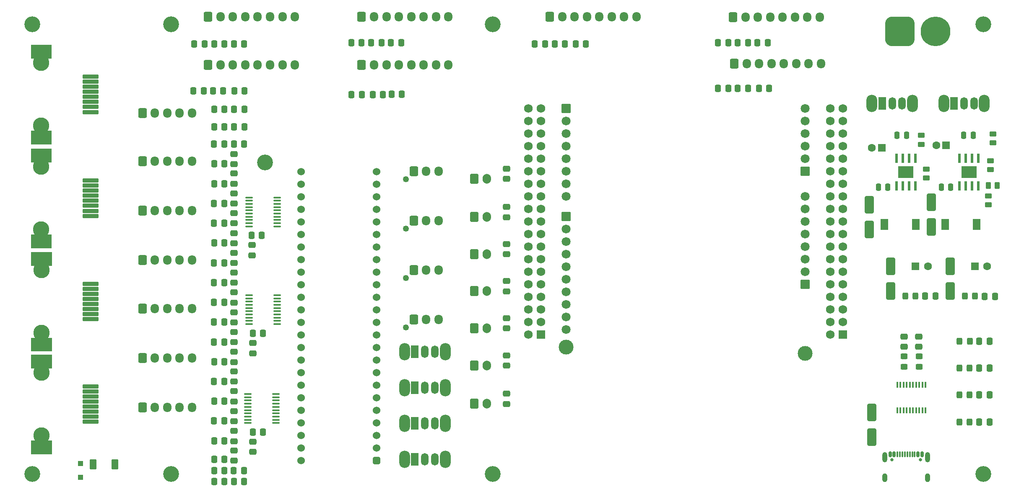
<source format=gbr>
%TF.GenerationSoftware,KiCad,Pcbnew,8.0.5*%
%TF.CreationDate,2024-12-09T22:48:52-08:00*%
%TF.ProjectId,MRIRobot_PCB,4d524952-6f62-46f7-945f-5043422e6b69,rev?*%
%TF.SameCoordinates,Original*%
%TF.FileFunction,Soldermask,Top*%
%TF.FilePolarity,Negative*%
%FSLAX46Y46*%
G04 Gerber Fmt 4.6, Leading zero omitted, Abs format (unit mm)*
G04 Created by KiCad (PCBNEW 8.0.5) date 2024-12-09 22:48:52*
%MOMM*%
%LPD*%
G01*
G04 APERTURE LIST*
G04 Aperture macros list*
%AMRoundRect*
0 Rectangle with rounded corners*
0 $1 Rounding radius*
0 $2 $3 $4 $5 $6 $7 $8 $9 X,Y pos of 4 corners*
0 Add a 4 corners polygon primitive as box body*
4,1,4,$2,$3,$4,$5,$6,$7,$8,$9,$2,$3,0*
0 Add four circle primitives for the rounded corners*
1,1,$1+$1,$2,$3*
1,1,$1+$1,$4,$5*
1,1,$1+$1,$6,$7*
1,1,$1+$1,$8,$9*
0 Add four rect primitives between the rounded corners*
20,1,$1+$1,$2,$3,$4,$5,0*
20,1,$1+$1,$4,$5,$6,$7,0*
20,1,$1+$1,$6,$7,$8,$9,0*
20,1,$1+$1,$8,$9,$2,$3,0*%
G04 Aperture macros list end*
%ADD10C,0.010000*%
%ADD11RoundRect,0.250000X0.475000X-0.337500X0.475000X0.337500X-0.475000X0.337500X-0.475000X-0.337500X0*%
%ADD12RoundRect,0.250000X-0.337500X-0.475000X0.337500X-0.475000X0.337500X0.475000X-0.337500X0.475000X0*%
%ADD13RoundRect,0.250000X-0.450000X0.262500X-0.450000X-0.262500X0.450000X-0.262500X0.450000X0.262500X0*%
%ADD14RoundRect,0.250000X-0.600000X-0.750000X0.600000X-0.750000X0.600000X0.750000X-0.600000X0.750000X0*%
%ADD15O,1.700000X2.000000*%
%ADD16R,0.610000X1.910000*%
%ADD17R,1.550000X1.205000*%
%ADD18RoundRect,0.250000X0.450000X-0.262500X0.450000X0.262500X-0.450000X0.262500X-0.450000X-0.262500X0*%
%ADD19C,3.000000*%
%ADD20RoundRect,0.102000X0.802500X0.802500X-0.802500X0.802500X-0.802500X-0.802500X0.802500X-0.802500X0*%
%ADD21C,1.809000*%
%ADD22RoundRect,0.102000X0.765000X0.765000X-0.765000X0.765000X-0.765000X-0.765000X0.765000X-0.765000X0*%
%ADD23C,1.734000*%
%ADD24RoundRect,0.250000X-0.600000X-0.725000X0.600000X-0.725000X0.600000X0.725000X-0.600000X0.725000X0*%
%ADD25O,1.700000X1.950000*%
%ADD26C,0.650000*%
%ADD27RoundRect,0.150000X-0.150000X-0.425000X0.150000X-0.425000X0.150000X0.425000X-0.150000X0.425000X0*%
%ADD28RoundRect,0.075000X-0.075000X-0.500000X0.075000X-0.500000X0.075000X0.500000X-0.075000X0.500000X0*%
%ADD29O,1.000000X2.100000*%
%ADD30O,1.000000X1.800000*%
%ADD31O,2.200000X3.500000*%
%ADD32R,1.500000X2.500000*%
%ADD33O,1.500000X2.500000*%
%ADD34RoundRect,0.250000X0.325000X0.450000X-0.325000X0.450000X-0.325000X-0.450000X0.325000X-0.450000X0*%
%ADD35RoundRect,0.250000X0.337500X0.475000X-0.337500X0.475000X-0.337500X-0.475000X0.337500X-0.475000X0*%
%ADD36C,3.200000*%
%ADD37RoundRect,0.250000X-0.475000X0.337500X-0.475000X-0.337500X0.475000X-0.337500X0.475000X0.337500X0*%
%ADD38R,1.600000X1.600000*%
%ADD39C,1.600000*%
%ADD40RoundRect,0.250000X-0.300000X0.300000X-0.300000X-0.300000X0.300000X-0.300000X0.300000X0.300000X0*%
%ADD41C,3.300000*%
%ADD42RoundRect,0.102000X-1.525000X0.305000X-1.525000X-0.305000X1.525000X-0.305000X1.525000X0.305000X0*%
%ADD43RoundRect,0.100000X0.637500X0.100000X-0.637500X0.100000X-0.637500X-0.100000X0.637500X-0.100000X0*%
%ADD44RoundRect,0.250000X0.650000X-1.500000X0.650000X1.500000X-0.650000X1.500000X-0.650000X-1.500000X0*%
%ADD45RoundRect,0.250000X0.450000X-0.325000X0.450000X0.325000X-0.450000X0.325000X-0.450000X-0.325000X0*%
%ADD46RoundRect,0.250000X-0.650000X1.500000X-0.650000X-1.500000X0.650000X-1.500000X0.650000X1.500000X0*%
%ADD47RoundRect,0.250000X-0.262500X-0.450000X0.262500X-0.450000X0.262500X0.450000X-0.262500X0.450000X0*%
%ADD48C,1.250000*%
%ADD49RoundRect,1.500000X-1.500000X-1.500000X1.500000X-1.500000X1.500000X1.500000X-1.500000X1.500000X0*%
%ADD50C,6.000000*%
%ADD51R,1.500000X2.200000*%
%ADD52RoundRect,0.250000X-0.250000X-0.475000X0.250000X-0.475000X0.250000X0.475000X-0.250000X0.475000X0*%
%ADD53RoundRect,0.250000X0.250000X0.475000X-0.250000X0.475000X-0.250000X-0.475000X0.250000X-0.475000X0*%
%ADD54C,1.524000*%
%ADD55RoundRect,0.381000X-0.381000X-0.381000X0.381000X-0.381000X0.381000X0.381000X-0.381000X0.381000X0*%
%ADD56RoundRect,0.250000X-0.450000X-0.800000X0.450000X-0.800000X0.450000X0.800000X-0.450000X0.800000X0*%
%ADD57R,0.400000X1.200000*%
G04 APERTURE END LIST*
D10*
%TO.C,J33*%
X33875000Y-120790000D02*
X33040000Y-120790000D01*
X33005000Y-120745000D01*
X32975000Y-120709000D01*
X32944000Y-120674000D01*
X32912000Y-120640000D01*
X32879000Y-120607000D01*
X32844000Y-120575000D01*
X32809000Y-120544000D01*
X32773000Y-120515000D01*
X32736000Y-120486000D01*
X32698000Y-120459000D01*
X32659000Y-120433000D01*
X32619000Y-120408000D01*
X32579000Y-120385000D01*
X32537000Y-120363000D01*
X32495000Y-120342000D01*
X32453000Y-120322000D01*
X32410000Y-120304000D01*
X32366000Y-120288000D01*
X32322000Y-120272000D01*
X32277000Y-120258000D01*
X32232000Y-120246000D01*
X32187000Y-120235000D01*
X32141000Y-120225000D01*
X32095000Y-120217000D01*
X32048000Y-120211000D01*
X32002000Y-120206000D01*
X31955000Y-120202000D01*
X31908000Y-120200000D01*
X31862000Y-120199000D01*
X31825000Y-120200000D01*
X31788000Y-120199000D01*
X31742000Y-120200000D01*
X31695000Y-120202000D01*
X31648000Y-120206000D01*
X31602000Y-120211000D01*
X31555000Y-120217000D01*
X31509000Y-120225000D01*
X31463000Y-120235000D01*
X31418000Y-120246000D01*
X31373000Y-120258000D01*
X31328000Y-120272000D01*
X31284000Y-120288000D01*
X31240000Y-120304000D01*
X31197000Y-120322000D01*
X31155000Y-120342000D01*
X31113000Y-120363000D01*
X31071000Y-120385000D01*
X31031000Y-120408000D01*
X30991000Y-120433000D01*
X30952000Y-120459000D01*
X30914000Y-120486000D01*
X30877000Y-120515000D01*
X30841000Y-120544000D01*
X30806000Y-120575000D01*
X30771000Y-120607000D01*
X30738000Y-120640000D01*
X30706000Y-120674000D01*
X30675000Y-120709000D01*
X30645000Y-120745000D01*
X30610000Y-120790000D01*
X29775000Y-120790000D01*
X29775000Y-118090000D01*
X33875000Y-118090000D01*
X33875000Y-120790000D01*
G36*
X33875000Y-120790000D02*
G01*
X33040000Y-120790000D01*
X33005000Y-120745000D01*
X32975000Y-120709000D01*
X32944000Y-120674000D01*
X32912000Y-120640000D01*
X32879000Y-120607000D01*
X32844000Y-120575000D01*
X32809000Y-120544000D01*
X32773000Y-120515000D01*
X32736000Y-120486000D01*
X32698000Y-120459000D01*
X32659000Y-120433000D01*
X32619000Y-120408000D01*
X32579000Y-120385000D01*
X32537000Y-120363000D01*
X32495000Y-120342000D01*
X32453000Y-120322000D01*
X32410000Y-120304000D01*
X32366000Y-120288000D01*
X32322000Y-120272000D01*
X32277000Y-120258000D01*
X32232000Y-120246000D01*
X32187000Y-120235000D01*
X32141000Y-120225000D01*
X32095000Y-120217000D01*
X32048000Y-120211000D01*
X32002000Y-120206000D01*
X31955000Y-120202000D01*
X31908000Y-120200000D01*
X31862000Y-120199000D01*
X31825000Y-120200000D01*
X31788000Y-120199000D01*
X31742000Y-120200000D01*
X31695000Y-120202000D01*
X31648000Y-120206000D01*
X31602000Y-120211000D01*
X31555000Y-120217000D01*
X31509000Y-120225000D01*
X31463000Y-120235000D01*
X31418000Y-120246000D01*
X31373000Y-120258000D01*
X31328000Y-120272000D01*
X31284000Y-120288000D01*
X31240000Y-120304000D01*
X31197000Y-120322000D01*
X31155000Y-120342000D01*
X31113000Y-120363000D01*
X31071000Y-120385000D01*
X31031000Y-120408000D01*
X30991000Y-120433000D01*
X30952000Y-120459000D01*
X30914000Y-120486000D01*
X30877000Y-120515000D01*
X30841000Y-120544000D01*
X30806000Y-120575000D01*
X30771000Y-120607000D01*
X30738000Y-120640000D01*
X30706000Y-120674000D01*
X30675000Y-120709000D01*
X30645000Y-120745000D01*
X30610000Y-120790000D01*
X29775000Y-120790000D01*
X29775000Y-118090000D01*
X33875000Y-118090000D01*
X33875000Y-120790000D01*
G37*
X30645000Y-135455000D02*
X30675000Y-135491000D01*
X30706000Y-135526000D01*
X30738000Y-135560000D01*
X30771000Y-135593000D01*
X30806000Y-135625000D01*
X30841000Y-135656000D01*
X30877000Y-135685000D01*
X30914000Y-135714000D01*
X30952000Y-135741000D01*
X30991000Y-135767000D01*
X31031000Y-135792000D01*
X31071000Y-135815000D01*
X31113000Y-135837000D01*
X31155000Y-135858000D01*
X31197000Y-135878000D01*
X31240000Y-135896000D01*
X31284000Y-135912000D01*
X31328000Y-135928000D01*
X31373000Y-135942000D01*
X31418000Y-135954000D01*
X31463000Y-135965000D01*
X31509000Y-135975000D01*
X31555000Y-135983000D01*
X31602000Y-135989000D01*
X31648000Y-135994000D01*
X31695000Y-135998000D01*
X31742000Y-136000000D01*
X31788000Y-136001000D01*
X31825000Y-136000000D01*
X31862000Y-136001000D01*
X31908000Y-136000000D01*
X31955000Y-135998000D01*
X32002000Y-135994000D01*
X32048000Y-135989000D01*
X32095000Y-135983000D01*
X32141000Y-135975000D01*
X32187000Y-135965000D01*
X32232000Y-135954000D01*
X32277000Y-135942000D01*
X32322000Y-135928000D01*
X32366000Y-135912000D01*
X32410000Y-135896000D01*
X32453000Y-135878000D01*
X32495000Y-135858000D01*
X32537000Y-135837000D01*
X32579000Y-135815000D01*
X32619000Y-135792000D01*
X32659000Y-135767000D01*
X32698000Y-135741000D01*
X32736000Y-135714000D01*
X32773000Y-135685000D01*
X32809000Y-135656000D01*
X32844000Y-135625000D01*
X32879000Y-135593000D01*
X32912000Y-135560000D01*
X32944000Y-135526000D01*
X32975000Y-135491000D01*
X33005000Y-135455000D01*
X33040000Y-135410000D01*
X33875000Y-135410000D01*
X33875000Y-138110000D01*
X29775000Y-138110000D01*
X29775000Y-135410000D01*
X30610000Y-135410000D01*
X30645000Y-135455000D01*
G36*
X30645000Y-135455000D02*
G01*
X30675000Y-135491000D01*
X30706000Y-135526000D01*
X30738000Y-135560000D01*
X30771000Y-135593000D01*
X30806000Y-135625000D01*
X30841000Y-135656000D01*
X30877000Y-135685000D01*
X30914000Y-135714000D01*
X30952000Y-135741000D01*
X30991000Y-135767000D01*
X31031000Y-135792000D01*
X31071000Y-135815000D01*
X31113000Y-135837000D01*
X31155000Y-135858000D01*
X31197000Y-135878000D01*
X31240000Y-135896000D01*
X31284000Y-135912000D01*
X31328000Y-135928000D01*
X31373000Y-135942000D01*
X31418000Y-135954000D01*
X31463000Y-135965000D01*
X31509000Y-135975000D01*
X31555000Y-135983000D01*
X31602000Y-135989000D01*
X31648000Y-135994000D01*
X31695000Y-135998000D01*
X31742000Y-136000000D01*
X31788000Y-136001000D01*
X31825000Y-136000000D01*
X31862000Y-136001000D01*
X31908000Y-136000000D01*
X31955000Y-135998000D01*
X32002000Y-135994000D01*
X32048000Y-135989000D01*
X32095000Y-135983000D01*
X32141000Y-135975000D01*
X32187000Y-135965000D01*
X32232000Y-135954000D01*
X32277000Y-135942000D01*
X32322000Y-135928000D01*
X32366000Y-135912000D01*
X32410000Y-135896000D01*
X32453000Y-135878000D01*
X32495000Y-135858000D01*
X32537000Y-135837000D01*
X32579000Y-135815000D01*
X32619000Y-135792000D01*
X32659000Y-135767000D01*
X32698000Y-135741000D01*
X32736000Y-135714000D01*
X32773000Y-135685000D01*
X32809000Y-135656000D01*
X32844000Y-135625000D01*
X32879000Y-135593000D01*
X32912000Y-135560000D01*
X32944000Y-135526000D01*
X32975000Y-135491000D01*
X33005000Y-135455000D01*
X33040000Y-135410000D01*
X33875000Y-135410000D01*
X33875000Y-138110000D01*
X29775000Y-138110000D01*
X29775000Y-135410000D01*
X30610000Y-135410000D01*
X30645000Y-135455000D01*
G37*
%TO.C,J28*%
X33800000Y-99890000D02*
X32965000Y-99890000D01*
X32930000Y-99845000D01*
X32900000Y-99809000D01*
X32869000Y-99774000D01*
X32837000Y-99740000D01*
X32804000Y-99707000D01*
X32769000Y-99675000D01*
X32734000Y-99644000D01*
X32698000Y-99615000D01*
X32661000Y-99586000D01*
X32623000Y-99559000D01*
X32584000Y-99533000D01*
X32544000Y-99508000D01*
X32504000Y-99485000D01*
X32462000Y-99463000D01*
X32420000Y-99442000D01*
X32378000Y-99422000D01*
X32335000Y-99404000D01*
X32291000Y-99388000D01*
X32247000Y-99372000D01*
X32202000Y-99358000D01*
X32157000Y-99346000D01*
X32112000Y-99335000D01*
X32066000Y-99325000D01*
X32020000Y-99317000D01*
X31973000Y-99311000D01*
X31927000Y-99306000D01*
X31880000Y-99302000D01*
X31833000Y-99300000D01*
X31787000Y-99299000D01*
X31750000Y-99300000D01*
X31713000Y-99299000D01*
X31667000Y-99300000D01*
X31620000Y-99302000D01*
X31573000Y-99306000D01*
X31527000Y-99311000D01*
X31480000Y-99317000D01*
X31434000Y-99325000D01*
X31388000Y-99335000D01*
X31343000Y-99346000D01*
X31298000Y-99358000D01*
X31253000Y-99372000D01*
X31209000Y-99388000D01*
X31165000Y-99404000D01*
X31122000Y-99422000D01*
X31080000Y-99442000D01*
X31038000Y-99463000D01*
X30996000Y-99485000D01*
X30956000Y-99508000D01*
X30916000Y-99533000D01*
X30877000Y-99559000D01*
X30839000Y-99586000D01*
X30802000Y-99615000D01*
X30766000Y-99644000D01*
X30731000Y-99675000D01*
X30696000Y-99707000D01*
X30663000Y-99740000D01*
X30631000Y-99774000D01*
X30600000Y-99809000D01*
X30570000Y-99845000D01*
X30535000Y-99890000D01*
X29700000Y-99890000D01*
X29700000Y-97190000D01*
X33800000Y-97190000D01*
X33800000Y-99890000D01*
G36*
X33800000Y-99890000D02*
G01*
X32965000Y-99890000D01*
X32930000Y-99845000D01*
X32900000Y-99809000D01*
X32869000Y-99774000D01*
X32837000Y-99740000D01*
X32804000Y-99707000D01*
X32769000Y-99675000D01*
X32734000Y-99644000D01*
X32698000Y-99615000D01*
X32661000Y-99586000D01*
X32623000Y-99559000D01*
X32584000Y-99533000D01*
X32544000Y-99508000D01*
X32504000Y-99485000D01*
X32462000Y-99463000D01*
X32420000Y-99442000D01*
X32378000Y-99422000D01*
X32335000Y-99404000D01*
X32291000Y-99388000D01*
X32247000Y-99372000D01*
X32202000Y-99358000D01*
X32157000Y-99346000D01*
X32112000Y-99335000D01*
X32066000Y-99325000D01*
X32020000Y-99317000D01*
X31973000Y-99311000D01*
X31927000Y-99306000D01*
X31880000Y-99302000D01*
X31833000Y-99300000D01*
X31787000Y-99299000D01*
X31750000Y-99300000D01*
X31713000Y-99299000D01*
X31667000Y-99300000D01*
X31620000Y-99302000D01*
X31573000Y-99306000D01*
X31527000Y-99311000D01*
X31480000Y-99317000D01*
X31434000Y-99325000D01*
X31388000Y-99335000D01*
X31343000Y-99346000D01*
X31298000Y-99358000D01*
X31253000Y-99372000D01*
X31209000Y-99388000D01*
X31165000Y-99404000D01*
X31122000Y-99422000D01*
X31080000Y-99442000D01*
X31038000Y-99463000D01*
X30996000Y-99485000D01*
X30956000Y-99508000D01*
X30916000Y-99533000D01*
X30877000Y-99559000D01*
X30839000Y-99586000D01*
X30802000Y-99615000D01*
X30766000Y-99644000D01*
X30731000Y-99675000D01*
X30696000Y-99707000D01*
X30663000Y-99740000D01*
X30631000Y-99774000D01*
X30600000Y-99809000D01*
X30570000Y-99845000D01*
X30535000Y-99890000D01*
X29700000Y-99890000D01*
X29700000Y-97190000D01*
X33800000Y-97190000D01*
X33800000Y-99890000D01*
G37*
X30570000Y-114555000D02*
X30600000Y-114591000D01*
X30631000Y-114626000D01*
X30663000Y-114660000D01*
X30696000Y-114693000D01*
X30731000Y-114725000D01*
X30766000Y-114756000D01*
X30802000Y-114785000D01*
X30839000Y-114814000D01*
X30877000Y-114841000D01*
X30916000Y-114867000D01*
X30956000Y-114892000D01*
X30996000Y-114915000D01*
X31038000Y-114937000D01*
X31080000Y-114958000D01*
X31122000Y-114978000D01*
X31165000Y-114996000D01*
X31209000Y-115012000D01*
X31253000Y-115028000D01*
X31298000Y-115042000D01*
X31343000Y-115054000D01*
X31388000Y-115065000D01*
X31434000Y-115075000D01*
X31480000Y-115083000D01*
X31527000Y-115089000D01*
X31573000Y-115094000D01*
X31620000Y-115098000D01*
X31667000Y-115100000D01*
X31713000Y-115101000D01*
X31750000Y-115100000D01*
X31787000Y-115101000D01*
X31833000Y-115100000D01*
X31880000Y-115098000D01*
X31927000Y-115094000D01*
X31973000Y-115089000D01*
X32020000Y-115083000D01*
X32066000Y-115075000D01*
X32112000Y-115065000D01*
X32157000Y-115054000D01*
X32202000Y-115042000D01*
X32247000Y-115028000D01*
X32291000Y-115012000D01*
X32335000Y-114996000D01*
X32378000Y-114978000D01*
X32420000Y-114958000D01*
X32462000Y-114937000D01*
X32504000Y-114915000D01*
X32544000Y-114892000D01*
X32584000Y-114867000D01*
X32623000Y-114841000D01*
X32661000Y-114814000D01*
X32698000Y-114785000D01*
X32734000Y-114756000D01*
X32769000Y-114725000D01*
X32804000Y-114693000D01*
X32837000Y-114660000D01*
X32869000Y-114626000D01*
X32900000Y-114591000D01*
X32930000Y-114555000D01*
X32965000Y-114510000D01*
X33800000Y-114510000D01*
X33800000Y-117210000D01*
X29700000Y-117210000D01*
X29700000Y-114510000D01*
X30535000Y-114510000D01*
X30570000Y-114555000D01*
G36*
X30570000Y-114555000D02*
G01*
X30600000Y-114591000D01*
X30631000Y-114626000D01*
X30663000Y-114660000D01*
X30696000Y-114693000D01*
X30731000Y-114725000D01*
X30766000Y-114756000D01*
X30802000Y-114785000D01*
X30839000Y-114814000D01*
X30877000Y-114841000D01*
X30916000Y-114867000D01*
X30956000Y-114892000D01*
X30996000Y-114915000D01*
X31038000Y-114937000D01*
X31080000Y-114958000D01*
X31122000Y-114978000D01*
X31165000Y-114996000D01*
X31209000Y-115012000D01*
X31253000Y-115028000D01*
X31298000Y-115042000D01*
X31343000Y-115054000D01*
X31388000Y-115065000D01*
X31434000Y-115075000D01*
X31480000Y-115083000D01*
X31527000Y-115089000D01*
X31573000Y-115094000D01*
X31620000Y-115098000D01*
X31667000Y-115100000D01*
X31713000Y-115101000D01*
X31750000Y-115100000D01*
X31787000Y-115101000D01*
X31833000Y-115100000D01*
X31880000Y-115098000D01*
X31927000Y-115094000D01*
X31973000Y-115089000D01*
X32020000Y-115083000D01*
X32066000Y-115075000D01*
X32112000Y-115065000D01*
X32157000Y-115054000D01*
X32202000Y-115042000D01*
X32247000Y-115028000D01*
X32291000Y-115012000D01*
X32335000Y-114996000D01*
X32378000Y-114978000D01*
X32420000Y-114958000D01*
X32462000Y-114937000D01*
X32504000Y-114915000D01*
X32544000Y-114892000D01*
X32584000Y-114867000D01*
X32623000Y-114841000D01*
X32661000Y-114814000D01*
X32698000Y-114785000D01*
X32734000Y-114756000D01*
X32769000Y-114725000D01*
X32804000Y-114693000D01*
X32837000Y-114660000D01*
X32869000Y-114626000D01*
X32900000Y-114591000D01*
X32930000Y-114555000D01*
X32965000Y-114510000D01*
X33800000Y-114510000D01*
X33800000Y-117210000D01*
X29700000Y-117210000D01*
X29700000Y-114510000D01*
X30535000Y-114510000D01*
X30570000Y-114555000D01*
G37*
%TO.C,J32*%
X33800000Y-78890000D02*
X32965000Y-78890000D01*
X32930000Y-78845000D01*
X32900000Y-78809000D01*
X32869000Y-78774000D01*
X32837000Y-78740000D01*
X32804000Y-78707000D01*
X32769000Y-78675000D01*
X32734000Y-78644000D01*
X32698000Y-78615000D01*
X32661000Y-78586000D01*
X32623000Y-78559000D01*
X32584000Y-78533000D01*
X32544000Y-78508000D01*
X32504000Y-78485000D01*
X32462000Y-78463000D01*
X32420000Y-78442000D01*
X32378000Y-78422000D01*
X32335000Y-78404000D01*
X32291000Y-78388000D01*
X32247000Y-78372000D01*
X32202000Y-78358000D01*
X32157000Y-78346000D01*
X32112000Y-78335000D01*
X32066000Y-78325000D01*
X32020000Y-78317000D01*
X31973000Y-78311000D01*
X31927000Y-78306000D01*
X31880000Y-78302000D01*
X31833000Y-78300000D01*
X31787000Y-78299000D01*
X31750000Y-78300000D01*
X31713000Y-78299000D01*
X31667000Y-78300000D01*
X31620000Y-78302000D01*
X31573000Y-78306000D01*
X31527000Y-78311000D01*
X31480000Y-78317000D01*
X31434000Y-78325000D01*
X31388000Y-78335000D01*
X31343000Y-78346000D01*
X31298000Y-78358000D01*
X31253000Y-78372000D01*
X31209000Y-78388000D01*
X31165000Y-78404000D01*
X31122000Y-78422000D01*
X31080000Y-78442000D01*
X31038000Y-78463000D01*
X30996000Y-78485000D01*
X30956000Y-78508000D01*
X30916000Y-78533000D01*
X30877000Y-78559000D01*
X30839000Y-78586000D01*
X30802000Y-78615000D01*
X30766000Y-78644000D01*
X30731000Y-78675000D01*
X30696000Y-78707000D01*
X30663000Y-78740000D01*
X30631000Y-78774000D01*
X30600000Y-78809000D01*
X30570000Y-78845000D01*
X30535000Y-78890000D01*
X29700000Y-78890000D01*
X29700000Y-76190000D01*
X33800000Y-76190000D01*
X33800000Y-78890000D01*
G36*
X33800000Y-78890000D02*
G01*
X32965000Y-78890000D01*
X32930000Y-78845000D01*
X32900000Y-78809000D01*
X32869000Y-78774000D01*
X32837000Y-78740000D01*
X32804000Y-78707000D01*
X32769000Y-78675000D01*
X32734000Y-78644000D01*
X32698000Y-78615000D01*
X32661000Y-78586000D01*
X32623000Y-78559000D01*
X32584000Y-78533000D01*
X32544000Y-78508000D01*
X32504000Y-78485000D01*
X32462000Y-78463000D01*
X32420000Y-78442000D01*
X32378000Y-78422000D01*
X32335000Y-78404000D01*
X32291000Y-78388000D01*
X32247000Y-78372000D01*
X32202000Y-78358000D01*
X32157000Y-78346000D01*
X32112000Y-78335000D01*
X32066000Y-78325000D01*
X32020000Y-78317000D01*
X31973000Y-78311000D01*
X31927000Y-78306000D01*
X31880000Y-78302000D01*
X31833000Y-78300000D01*
X31787000Y-78299000D01*
X31750000Y-78300000D01*
X31713000Y-78299000D01*
X31667000Y-78300000D01*
X31620000Y-78302000D01*
X31573000Y-78306000D01*
X31527000Y-78311000D01*
X31480000Y-78317000D01*
X31434000Y-78325000D01*
X31388000Y-78335000D01*
X31343000Y-78346000D01*
X31298000Y-78358000D01*
X31253000Y-78372000D01*
X31209000Y-78388000D01*
X31165000Y-78404000D01*
X31122000Y-78422000D01*
X31080000Y-78442000D01*
X31038000Y-78463000D01*
X30996000Y-78485000D01*
X30956000Y-78508000D01*
X30916000Y-78533000D01*
X30877000Y-78559000D01*
X30839000Y-78586000D01*
X30802000Y-78615000D01*
X30766000Y-78644000D01*
X30731000Y-78675000D01*
X30696000Y-78707000D01*
X30663000Y-78740000D01*
X30631000Y-78774000D01*
X30600000Y-78809000D01*
X30570000Y-78845000D01*
X30535000Y-78890000D01*
X29700000Y-78890000D01*
X29700000Y-76190000D01*
X33800000Y-76190000D01*
X33800000Y-78890000D01*
G37*
X30570000Y-93555000D02*
X30600000Y-93591000D01*
X30631000Y-93626000D01*
X30663000Y-93660000D01*
X30696000Y-93693000D01*
X30731000Y-93725000D01*
X30766000Y-93756000D01*
X30802000Y-93785000D01*
X30839000Y-93814000D01*
X30877000Y-93841000D01*
X30916000Y-93867000D01*
X30956000Y-93892000D01*
X30996000Y-93915000D01*
X31038000Y-93937000D01*
X31080000Y-93958000D01*
X31122000Y-93978000D01*
X31165000Y-93996000D01*
X31209000Y-94012000D01*
X31253000Y-94028000D01*
X31298000Y-94042000D01*
X31343000Y-94054000D01*
X31388000Y-94065000D01*
X31434000Y-94075000D01*
X31480000Y-94083000D01*
X31527000Y-94089000D01*
X31573000Y-94094000D01*
X31620000Y-94098000D01*
X31667000Y-94100000D01*
X31713000Y-94101000D01*
X31750000Y-94100000D01*
X31787000Y-94101000D01*
X31833000Y-94100000D01*
X31880000Y-94098000D01*
X31927000Y-94094000D01*
X31973000Y-94089000D01*
X32020000Y-94083000D01*
X32066000Y-94075000D01*
X32112000Y-94065000D01*
X32157000Y-94054000D01*
X32202000Y-94042000D01*
X32247000Y-94028000D01*
X32291000Y-94012000D01*
X32335000Y-93996000D01*
X32378000Y-93978000D01*
X32420000Y-93958000D01*
X32462000Y-93937000D01*
X32504000Y-93915000D01*
X32544000Y-93892000D01*
X32584000Y-93867000D01*
X32623000Y-93841000D01*
X32661000Y-93814000D01*
X32698000Y-93785000D01*
X32734000Y-93756000D01*
X32769000Y-93725000D01*
X32804000Y-93693000D01*
X32837000Y-93660000D01*
X32869000Y-93626000D01*
X32900000Y-93591000D01*
X32930000Y-93555000D01*
X32965000Y-93510000D01*
X33800000Y-93510000D01*
X33800000Y-96210000D01*
X29700000Y-96210000D01*
X29700000Y-93510000D01*
X30535000Y-93510000D01*
X30570000Y-93555000D01*
G36*
X30570000Y-93555000D02*
G01*
X30600000Y-93591000D01*
X30631000Y-93626000D01*
X30663000Y-93660000D01*
X30696000Y-93693000D01*
X30731000Y-93725000D01*
X30766000Y-93756000D01*
X30802000Y-93785000D01*
X30839000Y-93814000D01*
X30877000Y-93841000D01*
X30916000Y-93867000D01*
X30956000Y-93892000D01*
X30996000Y-93915000D01*
X31038000Y-93937000D01*
X31080000Y-93958000D01*
X31122000Y-93978000D01*
X31165000Y-93996000D01*
X31209000Y-94012000D01*
X31253000Y-94028000D01*
X31298000Y-94042000D01*
X31343000Y-94054000D01*
X31388000Y-94065000D01*
X31434000Y-94075000D01*
X31480000Y-94083000D01*
X31527000Y-94089000D01*
X31573000Y-94094000D01*
X31620000Y-94098000D01*
X31667000Y-94100000D01*
X31713000Y-94101000D01*
X31750000Y-94100000D01*
X31787000Y-94101000D01*
X31833000Y-94100000D01*
X31880000Y-94098000D01*
X31927000Y-94094000D01*
X31973000Y-94089000D01*
X32020000Y-94083000D01*
X32066000Y-94075000D01*
X32112000Y-94065000D01*
X32157000Y-94054000D01*
X32202000Y-94042000D01*
X32247000Y-94028000D01*
X32291000Y-94012000D01*
X32335000Y-93996000D01*
X32378000Y-93978000D01*
X32420000Y-93958000D01*
X32462000Y-93937000D01*
X32504000Y-93915000D01*
X32544000Y-93892000D01*
X32584000Y-93867000D01*
X32623000Y-93841000D01*
X32661000Y-93814000D01*
X32698000Y-93785000D01*
X32734000Y-93756000D01*
X32769000Y-93725000D01*
X32804000Y-93693000D01*
X32837000Y-93660000D01*
X32869000Y-93626000D01*
X32900000Y-93591000D01*
X32930000Y-93555000D01*
X32965000Y-93510000D01*
X33800000Y-93510000D01*
X33800000Y-96210000D01*
X29700000Y-96210000D01*
X29700000Y-93510000D01*
X30535000Y-93510000D01*
X30570000Y-93555000D01*
G37*
%TO.C,J34*%
X33875000Y-141540000D02*
X33040000Y-141540000D01*
X33005000Y-141495000D01*
X32975000Y-141459000D01*
X32944000Y-141424000D01*
X32912000Y-141390000D01*
X32879000Y-141357000D01*
X32844000Y-141325000D01*
X32809000Y-141294000D01*
X32773000Y-141265000D01*
X32736000Y-141236000D01*
X32698000Y-141209000D01*
X32659000Y-141183000D01*
X32619000Y-141158000D01*
X32579000Y-141135000D01*
X32537000Y-141113000D01*
X32495000Y-141092000D01*
X32453000Y-141072000D01*
X32410000Y-141054000D01*
X32366000Y-141038000D01*
X32322000Y-141022000D01*
X32277000Y-141008000D01*
X32232000Y-140996000D01*
X32187000Y-140985000D01*
X32141000Y-140975000D01*
X32095000Y-140967000D01*
X32048000Y-140961000D01*
X32002000Y-140956000D01*
X31955000Y-140952000D01*
X31908000Y-140950000D01*
X31862000Y-140949000D01*
X31825000Y-140950000D01*
X31788000Y-140949000D01*
X31742000Y-140950000D01*
X31695000Y-140952000D01*
X31648000Y-140956000D01*
X31602000Y-140961000D01*
X31555000Y-140967000D01*
X31509000Y-140975000D01*
X31463000Y-140985000D01*
X31418000Y-140996000D01*
X31373000Y-141008000D01*
X31328000Y-141022000D01*
X31284000Y-141038000D01*
X31240000Y-141054000D01*
X31197000Y-141072000D01*
X31155000Y-141092000D01*
X31113000Y-141113000D01*
X31071000Y-141135000D01*
X31031000Y-141158000D01*
X30991000Y-141183000D01*
X30952000Y-141209000D01*
X30914000Y-141236000D01*
X30877000Y-141265000D01*
X30841000Y-141294000D01*
X30806000Y-141325000D01*
X30771000Y-141357000D01*
X30738000Y-141390000D01*
X30706000Y-141424000D01*
X30675000Y-141459000D01*
X30645000Y-141495000D01*
X30610000Y-141540000D01*
X29775000Y-141540000D01*
X29775000Y-138840000D01*
X33875000Y-138840000D01*
X33875000Y-141540000D01*
G36*
X33875000Y-141540000D02*
G01*
X33040000Y-141540000D01*
X33005000Y-141495000D01*
X32975000Y-141459000D01*
X32944000Y-141424000D01*
X32912000Y-141390000D01*
X32879000Y-141357000D01*
X32844000Y-141325000D01*
X32809000Y-141294000D01*
X32773000Y-141265000D01*
X32736000Y-141236000D01*
X32698000Y-141209000D01*
X32659000Y-141183000D01*
X32619000Y-141158000D01*
X32579000Y-141135000D01*
X32537000Y-141113000D01*
X32495000Y-141092000D01*
X32453000Y-141072000D01*
X32410000Y-141054000D01*
X32366000Y-141038000D01*
X32322000Y-141022000D01*
X32277000Y-141008000D01*
X32232000Y-140996000D01*
X32187000Y-140985000D01*
X32141000Y-140975000D01*
X32095000Y-140967000D01*
X32048000Y-140961000D01*
X32002000Y-140956000D01*
X31955000Y-140952000D01*
X31908000Y-140950000D01*
X31862000Y-140949000D01*
X31825000Y-140950000D01*
X31788000Y-140949000D01*
X31742000Y-140950000D01*
X31695000Y-140952000D01*
X31648000Y-140956000D01*
X31602000Y-140961000D01*
X31555000Y-140967000D01*
X31509000Y-140975000D01*
X31463000Y-140985000D01*
X31418000Y-140996000D01*
X31373000Y-141008000D01*
X31328000Y-141022000D01*
X31284000Y-141038000D01*
X31240000Y-141054000D01*
X31197000Y-141072000D01*
X31155000Y-141092000D01*
X31113000Y-141113000D01*
X31071000Y-141135000D01*
X31031000Y-141158000D01*
X30991000Y-141183000D01*
X30952000Y-141209000D01*
X30914000Y-141236000D01*
X30877000Y-141265000D01*
X30841000Y-141294000D01*
X30806000Y-141325000D01*
X30771000Y-141357000D01*
X30738000Y-141390000D01*
X30706000Y-141424000D01*
X30675000Y-141459000D01*
X30645000Y-141495000D01*
X30610000Y-141540000D01*
X29775000Y-141540000D01*
X29775000Y-138840000D01*
X33875000Y-138840000D01*
X33875000Y-141540000D01*
G37*
X30645000Y-156205000D02*
X30675000Y-156241000D01*
X30706000Y-156276000D01*
X30738000Y-156310000D01*
X30771000Y-156343000D01*
X30806000Y-156375000D01*
X30841000Y-156406000D01*
X30877000Y-156435000D01*
X30914000Y-156464000D01*
X30952000Y-156491000D01*
X30991000Y-156517000D01*
X31031000Y-156542000D01*
X31071000Y-156565000D01*
X31113000Y-156587000D01*
X31155000Y-156608000D01*
X31197000Y-156628000D01*
X31240000Y-156646000D01*
X31284000Y-156662000D01*
X31328000Y-156678000D01*
X31373000Y-156692000D01*
X31418000Y-156704000D01*
X31463000Y-156715000D01*
X31509000Y-156725000D01*
X31555000Y-156733000D01*
X31602000Y-156739000D01*
X31648000Y-156744000D01*
X31695000Y-156748000D01*
X31742000Y-156750000D01*
X31788000Y-156751000D01*
X31825000Y-156750000D01*
X31862000Y-156751000D01*
X31908000Y-156750000D01*
X31955000Y-156748000D01*
X32002000Y-156744000D01*
X32048000Y-156739000D01*
X32095000Y-156733000D01*
X32141000Y-156725000D01*
X32187000Y-156715000D01*
X32232000Y-156704000D01*
X32277000Y-156692000D01*
X32322000Y-156678000D01*
X32366000Y-156662000D01*
X32410000Y-156646000D01*
X32453000Y-156628000D01*
X32495000Y-156608000D01*
X32537000Y-156587000D01*
X32579000Y-156565000D01*
X32619000Y-156542000D01*
X32659000Y-156517000D01*
X32698000Y-156491000D01*
X32736000Y-156464000D01*
X32773000Y-156435000D01*
X32809000Y-156406000D01*
X32844000Y-156375000D01*
X32879000Y-156343000D01*
X32912000Y-156310000D01*
X32944000Y-156276000D01*
X32975000Y-156241000D01*
X33005000Y-156205000D01*
X33040000Y-156160000D01*
X33875000Y-156160000D01*
X33875000Y-158860000D01*
X29775000Y-158860000D01*
X29775000Y-156160000D01*
X30610000Y-156160000D01*
X30645000Y-156205000D01*
G36*
X30645000Y-156205000D02*
G01*
X30675000Y-156241000D01*
X30706000Y-156276000D01*
X30738000Y-156310000D01*
X30771000Y-156343000D01*
X30806000Y-156375000D01*
X30841000Y-156406000D01*
X30877000Y-156435000D01*
X30914000Y-156464000D01*
X30952000Y-156491000D01*
X30991000Y-156517000D01*
X31031000Y-156542000D01*
X31071000Y-156565000D01*
X31113000Y-156587000D01*
X31155000Y-156608000D01*
X31197000Y-156628000D01*
X31240000Y-156646000D01*
X31284000Y-156662000D01*
X31328000Y-156678000D01*
X31373000Y-156692000D01*
X31418000Y-156704000D01*
X31463000Y-156715000D01*
X31509000Y-156725000D01*
X31555000Y-156733000D01*
X31602000Y-156739000D01*
X31648000Y-156744000D01*
X31695000Y-156748000D01*
X31742000Y-156750000D01*
X31788000Y-156751000D01*
X31825000Y-156750000D01*
X31862000Y-156751000D01*
X31908000Y-156750000D01*
X31955000Y-156748000D01*
X32002000Y-156744000D01*
X32048000Y-156739000D01*
X32095000Y-156733000D01*
X32141000Y-156725000D01*
X32187000Y-156715000D01*
X32232000Y-156704000D01*
X32277000Y-156692000D01*
X32322000Y-156678000D01*
X32366000Y-156662000D01*
X32410000Y-156646000D01*
X32453000Y-156628000D01*
X32495000Y-156608000D01*
X32537000Y-156587000D01*
X32579000Y-156565000D01*
X32619000Y-156542000D01*
X32659000Y-156517000D01*
X32698000Y-156491000D01*
X32736000Y-156464000D01*
X32773000Y-156435000D01*
X32809000Y-156406000D01*
X32844000Y-156375000D01*
X32879000Y-156343000D01*
X32912000Y-156310000D01*
X32944000Y-156276000D01*
X32975000Y-156241000D01*
X33005000Y-156205000D01*
X33040000Y-156160000D01*
X33875000Y-156160000D01*
X33875000Y-158860000D01*
X29775000Y-158860000D01*
X29775000Y-156160000D01*
X30610000Y-156160000D01*
X30645000Y-156205000D01*
G37*
%TD*%
D11*
%TO.C,R53*%
X125750000Y-141037500D03*
X125750000Y-138962500D03*
%TD*%
%TO.C,C32*%
X70750000Y-128325000D03*
X70750000Y-126250000D03*
%TD*%
D12*
%TO.C,C25*%
X70675000Y-162250000D03*
X72750000Y-162250000D03*
%TD*%
D13*
%TO.C,R58*%
X224000000Y-94175000D03*
X224000000Y-96000000D03*
%TD*%
D14*
%TO.C,J14*%
X119250000Y-111000000D03*
D15*
X121750000Y-111000000D03*
%TD*%
D12*
%TO.C,C22*%
X70750000Y-89250000D03*
X72825000Y-89250000D03*
%TD*%
D16*
%TO.C,U4*%
X204460000Y-104677500D03*
X205730000Y-104677500D03*
X207000000Y-104677500D03*
X208270000Y-104677500D03*
X208270000Y-99117500D03*
X207000000Y-99117500D03*
X205730000Y-99117500D03*
X204460000Y-99117500D03*
D17*
X205590000Y-102500000D03*
X207140000Y-102500000D03*
X205590000Y-101295000D03*
X207140000Y-101295000D03*
%TD*%
D18*
%TO.C,R63*%
X223000000Y-108530000D03*
X223000000Y-106705000D03*
%TD*%
D19*
%TO.C,U1*%
X186020000Y-138570000D03*
X137760000Y-137300000D03*
D20*
X137760000Y-110880000D03*
D21*
X137760000Y-113420000D03*
X137760000Y-115960000D03*
X137760000Y-118500000D03*
X137760000Y-121040000D03*
X137760000Y-123580000D03*
X137760000Y-126120000D03*
X137760000Y-128660000D03*
X137760000Y-131200000D03*
X137760000Y-133740000D03*
D20*
X186020000Y-124600000D03*
D21*
X186020000Y-122060000D03*
X186020000Y-119520000D03*
X186020000Y-116980000D03*
X186020000Y-114440000D03*
X186020000Y-111900000D03*
X186020000Y-109360000D03*
X186020000Y-106820000D03*
D22*
X193640000Y-134760000D03*
D23*
X191100000Y-134760000D03*
X193640000Y-132220000D03*
X191100000Y-132220000D03*
X193640000Y-129680000D03*
X191100000Y-129680000D03*
X193640000Y-127140000D03*
X191100000Y-127140000D03*
X193640000Y-124600000D03*
X191100000Y-124600000D03*
X193640000Y-122060000D03*
X191100000Y-122060000D03*
X193640000Y-119520000D03*
X191100000Y-119520000D03*
X193640000Y-116980000D03*
X191100000Y-116980000D03*
X193640000Y-114440000D03*
X191100000Y-114440000D03*
X193640000Y-111900000D03*
X191100000Y-111900000D03*
X193640000Y-109360000D03*
X191100000Y-109360000D03*
X193640000Y-106820000D03*
X191100000Y-106820000D03*
X193640000Y-104280000D03*
X191100000Y-104280000D03*
X193640000Y-101740000D03*
X191100000Y-101740000D03*
X193640000Y-99200000D03*
X191100000Y-99200000D03*
X193640000Y-96660000D03*
X191100000Y-96660000D03*
X193640000Y-94120000D03*
X191100000Y-94120000D03*
X193640000Y-91580000D03*
X191100000Y-91580000D03*
X193640000Y-89040000D03*
X191100000Y-89040000D03*
D20*
X186020000Y-101740000D03*
D21*
X186020000Y-99200000D03*
X186020000Y-96660000D03*
X186020000Y-94120000D03*
X186020000Y-91580000D03*
X186020000Y-89040000D03*
D20*
X137760000Y-89040000D03*
D21*
X137760000Y-91580000D03*
X137760000Y-94120000D03*
X137760000Y-96660000D03*
X137760000Y-99200000D03*
X137760000Y-101740000D03*
X137760000Y-104280000D03*
X137760000Y-106820000D03*
D22*
X132680000Y-134760000D03*
D23*
X130140000Y-134760000D03*
X132680000Y-132220000D03*
X130140000Y-132220000D03*
X132680000Y-129680000D03*
X130140000Y-129680000D03*
X132680000Y-127140000D03*
X130140000Y-127140000D03*
X132680000Y-124600000D03*
X130140000Y-124600000D03*
X132680000Y-122060000D03*
X130140000Y-122060000D03*
X132680000Y-119520000D03*
X130140000Y-119520000D03*
X132680000Y-116980000D03*
X130140000Y-116980000D03*
X132680000Y-114440000D03*
X130140000Y-114440000D03*
X132680000Y-111900000D03*
X130140000Y-111900000D03*
X132680000Y-109360000D03*
X130140000Y-109360000D03*
X132680000Y-106820000D03*
X130140000Y-106820000D03*
X132680000Y-104280000D03*
X130140000Y-104280000D03*
X132680000Y-101740000D03*
X130140000Y-101740000D03*
X132680000Y-99200000D03*
X130140000Y-99200000D03*
X132680000Y-96660000D03*
X130140000Y-96660000D03*
X132680000Y-94120000D03*
X130140000Y-94120000D03*
X132680000Y-91580000D03*
X130140000Y-91580000D03*
X132680000Y-89040000D03*
X130140000Y-89040000D03*
%TD*%
D24*
%TO.C,J27*%
X65500000Y-70500000D03*
D25*
X68000000Y-70500000D03*
X70500000Y-70500000D03*
X73000000Y-70500000D03*
X75500000Y-70500000D03*
X78000000Y-70500000D03*
X80500000Y-70500000D03*
X83000000Y-70500000D03*
%TD*%
D12*
%TO.C,R8*%
X66675000Y-96250000D03*
X68750000Y-96250000D03*
%TD*%
%TO.C,R73*%
X102425000Y-75750000D03*
X104500000Y-75750000D03*
%TD*%
D26*
%TO.C,J4*%
X203532500Y-160070000D03*
X209312500Y-160070000D03*
D27*
X203222500Y-158995000D03*
X204022500Y-158995000D03*
D28*
X205172500Y-158995000D03*
X206172500Y-158995000D03*
X206672500Y-158995000D03*
X207672500Y-158995000D03*
D27*
X208822500Y-158995000D03*
X209622500Y-158995000D03*
X209622500Y-158995000D03*
X208822500Y-158995000D03*
D28*
X208172500Y-158995000D03*
X207172500Y-158995000D03*
X205672500Y-158995000D03*
X204672500Y-158995000D03*
D27*
X204022500Y-158995000D03*
X203222500Y-158995000D03*
D29*
X202102500Y-159570000D03*
D30*
X202102500Y-163750000D03*
D29*
X210742500Y-159570000D03*
D30*
X210742500Y-163750000D03*
%TD*%
D11*
%TO.C,R3*%
X74537500Y-158512500D03*
X74537500Y-156437500D03*
%TD*%
D31*
%TO.C,SW6*%
X105150000Y-160000000D03*
X113350000Y-160000000D03*
D32*
X107250000Y-160000000D03*
D33*
X109250000Y-160000000D03*
X111250000Y-160000000D03*
%TD*%
D34*
%TO.C,D7*%
X220317621Y-127000000D03*
X218267621Y-127000000D03*
%TD*%
D31*
%TO.C,SW3*%
X105150000Y-138250000D03*
X113350000Y-138250000D03*
D32*
X107250000Y-138250000D03*
D33*
X109250000Y-138250000D03*
X111250000Y-138250000D03*
%TD*%
D12*
%TO.C,R69*%
X222292621Y-127040000D03*
X224367621Y-127040000D03*
%TD*%
D35*
%TO.C,R76*%
X68547500Y-85500000D03*
X66472500Y-85500000D03*
%TD*%
D12*
%TO.C,R12*%
X66712500Y-162250000D03*
X68787500Y-162250000D03*
%TD*%
%TO.C,R27*%
X66712500Y-156250000D03*
X68787500Y-156250000D03*
%TD*%
D36*
%TO.C,H9*%
X77000000Y-100000000D03*
%TD*%
D14*
%TO.C,J10*%
X119250000Y-103250000D03*
D15*
X121750000Y-103250000D03*
%TD*%
D36*
%TO.C,H8*%
X30000000Y-163000000D03*
%TD*%
D12*
%TO.C,R31*%
X66712500Y-164500000D03*
X68787500Y-164500000D03*
%TD*%
%TO.C,C17*%
X74250000Y-114725000D03*
X76325000Y-114725000D03*
%TD*%
D31*
%TO.C,SW2*%
X214025000Y-88000000D03*
X222225000Y-88000000D03*
D32*
X216125000Y-88000000D03*
D33*
X218125000Y-88000000D03*
X220125000Y-88000000D03*
%TD*%
D35*
%TO.C,C7*%
X170500000Y-75750000D03*
X168425000Y-75750000D03*
%TD*%
D12*
%TO.C,R55*%
X176712500Y-85000000D03*
X178787500Y-85000000D03*
%TD*%
D37*
%TO.C,R5*%
X209007500Y-135175000D03*
X209007500Y-137250000D03*
%TD*%
D35*
%TO.C,C14*%
X96500000Y-75750000D03*
X94425000Y-75750000D03*
%TD*%
D12*
%TO.C,R61*%
X176425000Y-75750000D03*
X178500000Y-75750000D03*
%TD*%
D38*
%TO.C,C11*%
X220317621Y-121000000D03*
D39*
X222817621Y-121000000D03*
%TD*%
D12*
%TO.C,R20*%
X66675000Y-112250000D03*
X68750000Y-112250000D03*
%TD*%
D11*
%TO.C,R47*%
X125750000Y-103287500D03*
X125750000Y-101212500D03*
%TD*%
D38*
%TO.C,C3*%
X214500000Y-96500000D03*
D39*
X212500000Y-96500000D03*
%TD*%
D40*
%TO.C,D110*%
X39750000Y-160850000D03*
X39750000Y-163650000D03*
%TD*%
D12*
%TO.C,C19*%
X74500000Y-154475000D03*
X76575000Y-154475000D03*
%TD*%
D16*
%TO.C,U5*%
X217230000Y-104677500D03*
X218500000Y-104677500D03*
X219770000Y-104677500D03*
X221040000Y-104677500D03*
X221040000Y-99117500D03*
X219770000Y-99117500D03*
X218500000Y-99117500D03*
X217230000Y-99117500D03*
D17*
X218360000Y-102500000D03*
X219910000Y-102500000D03*
X218360000Y-101295000D03*
X219910000Y-101295000D03*
%TD*%
D24*
%TO.C,J24*%
X65500000Y-80200000D03*
D25*
X68000000Y-80200000D03*
X70500000Y-80200000D03*
X73000000Y-80200000D03*
X75500000Y-80200000D03*
X78000000Y-80200000D03*
X80500000Y-80200000D03*
X83000000Y-80200000D03*
%TD*%
D41*
%TO.C,J33*%
X31825000Y-121750000D03*
X31825000Y-134450000D03*
D42*
X41805000Y-131670000D03*
X41805000Y-130650000D03*
X41805000Y-129630000D03*
X41805000Y-128610000D03*
X41805000Y-127590000D03*
X41805000Y-126570000D03*
X41805000Y-125550000D03*
X41805000Y-124530000D03*
%TD*%
D35*
%TO.C,R60*%
X174500000Y-75750000D03*
X172425000Y-75750000D03*
%TD*%
D12*
%TO.C,R23*%
X66675000Y-128250000D03*
X68750000Y-128250000D03*
%TD*%
D11*
%TO.C,C33*%
X70750000Y-132325000D03*
X70750000Y-130250000D03*
%TD*%
D12*
%TO.C,R68*%
X210292621Y-127000000D03*
X212367621Y-127000000D03*
%TD*%
D41*
%TO.C,J28*%
X31750000Y-100850000D03*
X31750000Y-113550000D03*
D42*
X41730000Y-110770000D03*
X41730000Y-109750000D03*
X41730000Y-108730000D03*
X41730000Y-107710000D03*
X41730000Y-106690000D03*
X41730000Y-105670000D03*
X41730000Y-104650000D03*
X41730000Y-103630000D03*
%TD*%
D43*
%TO.C,U8*%
X79225000Y-152650000D03*
X79225000Y-152000000D03*
X79225000Y-151350000D03*
X79225000Y-150700000D03*
X79225000Y-150050000D03*
X79225000Y-149400000D03*
X79225000Y-148750000D03*
X79225000Y-148100000D03*
X79225000Y-147450000D03*
X79225000Y-146800000D03*
X73500000Y-146800000D03*
X73500000Y-147450000D03*
X73500000Y-148100000D03*
X73500000Y-148750000D03*
X73500000Y-149400000D03*
X73500000Y-150050000D03*
X73500000Y-150700000D03*
X73500000Y-151350000D03*
X73500000Y-152000000D03*
X73500000Y-152650000D03*
%TD*%
D44*
%TO.C,D4*%
X203317621Y-126000000D03*
X203317621Y-121000000D03*
%TD*%
D24*
%TO.C,J6*%
X52250000Y-129500000D03*
D25*
X54750000Y-129500000D03*
X57250000Y-129500000D03*
X59750000Y-129500000D03*
X62250000Y-129500000D03*
%TD*%
D11*
%TO.C,C36*%
X70750000Y-156325000D03*
X70750000Y-154250000D03*
%TD*%
D41*
%TO.C,J32*%
X31750000Y-79850000D03*
X31750000Y-92550000D03*
D42*
X41730000Y-89770000D03*
X41730000Y-88750000D03*
X41730000Y-87730000D03*
X41730000Y-86710000D03*
X41730000Y-85690000D03*
X41730000Y-84670000D03*
X41730000Y-83650000D03*
X41730000Y-82630000D03*
%TD*%
D45*
%TO.C,D14*%
X209047500Y-141250000D03*
X209047500Y-139200000D03*
%TD*%
D46*
%TO.C,D1*%
X199500000Y-150500000D03*
X199500000Y-155500000D03*
%TD*%
D12*
%TO.C,R26*%
X66675000Y-144250000D03*
X68750000Y-144250000D03*
%TD*%
D36*
%TO.C,H5*%
X123000000Y-72000000D03*
%TD*%
D35*
%TO.C,R66*%
X100787500Y-86250000D03*
X98712500Y-86250000D03*
%TD*%
D14*
%TO.C,J12*%
X119250000Y-133500000D03*
D15*
X121750000Y-133500000D03*
%TD*%
D35*
%TO.C,C12*%
X133537500Y-76000000D03*
X131462500Y-76000000D03*
%TD*%
D13*
%TO.C,R56*%
X209500000Y-94500000D03*
X209500000Y-96325000D03*
%TD*%
D47*
%TO.C,R62*%
X223000000Y-104617500D03*
X224825000Y-104617500D03*
%TD*%
D38*
%TO.C,C10*%
X208317621Y-121000000D03*
D39*
X210817621Y-121000000D03*
%TD*%
D11*
%TO.C,C34*%
X70750000Y-124287500D03*
X70750000Y-122212500D03*
%TD*%
D12*
%TO.C,R28*%
X66712500Y-160000000D03*
X68787500Y-160000000D03*
%TD*%
D44*
%TO.C,D5*%
X215317621Y-126000000D03*
X215317621Y-121000000D03*
%TD*%
D13*
%TO.C,R57*%
X210500000Y-101292500D03*
X210500000Y-103117500D03*
%TD*%
D34*
%TO.C,D9*%
X219250000Y-147000000D03*
X217200000Y-147000000D03*
%TD*%
D12*
%TO.C,R17*%
X66712500Y-100250000D03*
X68787500Y-100250000D03*
%TD*%
D48*
%TO.C,J23*%
X105400000Y-103350000D03*
D24*
X107000000Y-101750000D03*
D25*
X109500000Y-101750000D03*
X112000000Y-101750000D03*
%TD*%
D11*
%TO.C,C29*%
X70750000Y-116325000D03*
X70750000Y-114250000D03*
%TD*%
%TO.C,C31*%
X70750000Y-112287500D03*
X70750000Y-110212500D03*
%TD*%
D12*
%TO.C,R74*%
X221212500Y-136110661D03*
X223287500Y-136110661D03*
%TD*%
D24*
%TO.C,J2*%
X52250000Y-99700000D03*
D25*
X54750000Y-99700000D03*
X57250000Y-99700000D03*
X59750000Y-99700000D03*
X62250000Y-99700000D03*
%TD*%
D24*
%TO.C,J18*%
X171500000Y-70625000D03*
D25*
X174000000Y-70625000D03*
X176500000Y-70625000D03*
X179000000Y-70625000D03*
X181500000Y-70625000D03*
X184000000Y-70625000D03*
X186500000Y-70625000D03*
X189000000Y-70625000D03*
%TD*%
D49*
%TO.C,J9*%
X205150000Y-73500000D03*
D50*
X212350000Y-73500000D03*
%TD*%
D12*
%TO.C,R19*%
X66675000Y-120250000D03*
X68750000Y-120250000D03*
%TD*%
D35*
%TO.C,R77*%
X72862500Y-85500000D03*
X70787500Y-85500000D03*
%TD*%
%TO.C,C16*%
X64787500Y-76000000D03*
X62712500Y-76000000D03*
%TD*%
D34*
%TO.C,D11*%
X219250000Y-152500000D03*
X217200000Y-152500000D03*
%TD*%
D12*
%TO.C,R70*%
X221212500Y-141500000D03*
X223287500Y-141500000D03*
%TD*%
D36*
%TO.C,H1*%
X58000000Y-163000000D03*
%TD*%
D24*
%TO.C,J17*%
X171750000Y-80000000D03*
D25*
X174250000Y-80000000D03*
X176750000Y-80000000D03*
X179250000Y-80000000D03*
X181750000Y-80000000D03*
X184250000Y-80000000D03*
X186750000Y-80000000D03*
X189250000Y-80000000D03*
%TD*%
D48*
%TO.C,J26*%
X105400000Y-133350000D03*
D24*
X107000000Y-131750000D03*
D25*
X109500000Y-131750000D03*
X112000000Y-131750000D03*
%TD*%
D35*
%TO.C,R64*%
X137537500Y-76000000D03*
X135462500Y-76000000D03*
%TD*%
%TO.C,R78*%
X68787500Y-76000000D03*
X66712500Y-76000000D03*
%TD*%
D12*
%TO.C,R7*%
X66712500Y-92750000D03*
X68787500Y-92750000D03*
%TD*%
D51*
%TO.C,L1*%
X202000000Y-112500000D03*
X208400000Y-112500000D03*
%TD*%
D52*
%TO.C,C5*%
X218050000Y-94500000D03*
X219950000Y-94500000D03*
%TD*%
D11*
%TO.C,R52*%
X125750000Y-126037500D03*
X125750000Y-123962500D03*
%TD*%
D43*
%TO.C,U6*%
X79475000Y-112900000D03*
X79475000Y-112250000D03*
X79475000Y-111600000D03*
X79475000Y-110950000D03*
X79475000Y-110300000D03*
X79475000Y-109650000D03*
X79475000Y-109000000D03*
X79475000Y-108350000D03*
X79475000Y-107700000D03*
X79475000Y-107050000D03*
X73750000Y-107050000D03*
X73750000Y-107700000D03*
X73750000Y-108350000D03*
X73750000Y-109000000D03*
X73750000Y-109650000D03*
X73750000Y-110300000D03*
X73750000Y-110950000D03*
X73750000Y-111600000D03*
X73750000Y-112250000D03*
X73750000Y-112900000D03*
%TD*%
D11*
%TO.C,C26*%
X70750000Y-104250000D03*
X70750000Y-102175000D03*
%TD*%
D36*
%TO.C,H4*%
X58000000Y-72000000D03*
%TD*%
D12*
%TO.C,R24*%
X66675000Y-132250000D03*
X68750000Y-132250000D03*
%TD*%
D11*
%TO.C,R1*%
X74325000Y-118762500D03*
X74325000Y-116687500D03*
%TD*%
D31*
%TO.C,SW4*%
X105150000Y-145500000D03*
X113350000Y-145500000D03*
D32*
X107250000Y-145500000D03*
D33*
X109250000Y-145500000D03*
X111250000Y-145500000D03*
%TD*%
D24*
%TO.C,J20*%
X96500000Y-80200000D03*
D25*
X99000000Y-80200000D03*
X101500000Y-80200000D03*
X104000000Y-80200000D03*
X106500000Y-80200000D03*
X109000000Y-80200000D03*
X111500000Y-80200000D03*
X114000000Y-80200000D03*
%TD*%
D11*
%TO.C,C23*%
X70750000Y-140325000D03*
X70750000Y-138250000D03*
%TD*%
D53*
%TO.C,C9*%
X215450000Y-105000000D03*
X213550000Y-105000000D03*
%TD*%
D44*
%TO.C,D2*%
X199000000Y-113500000D03*
X199000000Y-108500000D03*
%TD*%
D11*
%TO.C,R2*%
X74537500Y-138537500D03*
X74537500Y-136462500D03*
%TD*%
D37*
%TO.C,R4*%
X205992500Y-135175000D03*
X205992500Y-137250000D03*
%TD*%
D36*
%TO.C,H6*%
X222000000Y-72000000D03*
%TD*%
D11*
%TO.C,C39*%
X70750000Y-148287500D03*
X70750000Y-146212500D03*
%TD*%
D43*
%TO.C,U7*%
X79475000Y-132650000D03*
X79475000Y-132000000D03*
X79475000Y-131350000D03*
X79475000Y-130700000D03*
X79475000Y-130050000D03*
X79475000Y-129400000D03*
X79475000Y-128750000D03*
X79475000Y-128100000D03*
X79475000Y-127450000D03*
X79475000Y-126800000D03*
X73750000Y-126800000D03*
X73750000Y-127450000D03*
X73750000Y-128100000D03*
X73750000Y-128750000D03*
X73750000Y-129400000D03*
X73750000Y-130050000D03*
X73750000Y-130700000D03*
X73750000Y-131350000D03*
X73750000Y-132000000D03*
X73750000Y-132650000D03*
%TD*%
D35*
%TO.C,C6*%
X170500000Y-85000000D03*
X168425000Y-85000000D03*
%TD*%
D12*
%TO.C,R29*%
X66675000Y-136250000D03*
X68750000Y-136250000D03*
%TD*%
%TO.C,R75*%
X221187500Y-152460000D03*
X223262500Y-152460000D03*
%TD*%
D36*
%TO.C,H2*%
X123000000Y-163000000D03*
%TD*%
D12*
%TO.C,R79*%
X70712500Y-76000000D03*
X72787500Y-76000000D03*
%TD*%
D14*
%TO.C,J13*%
X119250000Y-148700000D03*
D15*
X121750000Y-148700000D03*
%TD*%
D44*
%TO.C,D3*%
X211500000Y-113000000D03*
X211500000Y-108000000D03*
%TD*%
D11*
%TO.C,C38*%
X70750000Y-136325000D03*
X70750000Y-134250000D03*
%TD*%
D54*
%TO.C,U3*%
X84260000Y-101800000D03*
X84260000Y-104340000D03*
X84260000Y-106880000D03*
X84260000Y-109420000D03*
X84260000Y-111960000D03*
X84260000Y-114500000D03*
X84260000Y-117040000D03*
X84260000Y-119580000D03*
X84260000Y-122120000D03*
X84260000Y-124660000D03*
X84260000Y-127200000D03*
X84260000Y-129740000D03*
X84260000Y-132280000D03*
X84260000Y-134820000D03*
X84260000Y-137360000D03*
X84260000Y-139900000D03*
X84260000Y-142440000D03*
X84260000Y-144980000D03*
X84260000Y-147520000D03*
X84260000Y-150060000D03*
X84260000Y-152600000D03*
X84260000Y-155140000D03*
X84260000Y-157680000D03*
X84260000Y-160220000D03*
D55*
X99500000Y-160220000D03*
D54*
X99500000Y-157680000D03*
X99500000Y-155140000D03*
X99500000Y-152600000D03*
X99500000Y-150060000D03*
X99500000Y-147520000D03*
X99500000Y-144980000D03*
X99500000Y-142440000D03*
X99500000Y-139900000D03*
X99500000Y-137360000D03*
X99500000Y-134820000D03*
X99500000Y-132280000D03*
X99500000Y-129740000D03*
X99500000Y-127200000D03*
X99500000Y-124660000D03*
X99500000Y-122120000D03*
X99500000Y-119580000D03*
X99500000Y-117040000D03*
X99500000Y-114500000D03*
X99500000Y-111960000D03*
X99500000Y-109420000D03*
X99500000Y-106880000D03*
X99500000Y-104340000D03*
X99500000Y-101800000D03*
%TD*%
D38*
%TO.C,C2*%
X201500000Y-97000000D03*
D39*
X199500000Y-97000000D03*
%TD*%
D36*
%TO.C,H7*%
X30000000Y-72000000D03*
%TD*%
D53*
%TO.C,C8*%
X202750000Y-105000000D03*
X200850000Y-105000000D03*
%TD*%
D12*
%TO.C,R30*%
X66712500Y-148250000D03*
X68787500Y-148250000D03*
%TD*%
D34*
%TO.C,D6*%
X208317621Y-127000000D03*
X206267621Y-127000000D03*
%TD*%
D12*
%TO.C,R18*%
X66712500Y-116250000D03*
X68787500Y-116250000D03*
%TD*%
D11*
%TO.C,C28*%
X70750000Y-100325000D03*
X70750000Y-98250000D03*
%TD*%
D35*
%TO.C,C13*%
X96537500Y-86250000D03*
X94462500Y-86250000D03*
%TD*%
D11*
%TO.C,R49*%
X125750000Y-133537500D03*
X125750000Y-131462500D03*
%TD*%
D14*
%TO.C,J11*%
X119250000Y-118500000D03*
D15*
X121750000Y-118500000D03*
%TD*%
D48*
%TO.C,J22*%
X105400000Y-113350000D03*
D24*
X107000000Y-111750000D03*
D25*
X109500000Y-111750000D03*
X112000000Y-111750000D03*
%TD*%
D12*
%TO.C,R10*%
X66712500Y-140250000D03*
X68787500Y-140250000D03*
%TD*%
%TO.C,R15*%
X66712500Y-104250000D03*
X68787500Y-104250000D03*
%TD*%
D34*
%TO.C,D10*%
X219275000Y-136110661D03*
X217225000Y-136110661D03*
%TD*%
D11*
%TO.C,C24*%
X70750000Y-152325000D03*
X70750000Y-150250000D03*
%TD*%
D51*
%TO.C,L2*%
X214300000Y-112500000D03*
X220700000Y-112500000D03*
%TD*%
D11*
%TO.C,C30*%
X70750000Y-120325000D03*
X70750000Y-118250000D03*
%TD*%
%TO.C,R48*%
X125750000Y-118537500D03*
X125750000Y-116462500D03*
%TD*%
D12*
%TO.C,C20*%
X70750000Y-92750000D03*
X72825000Y-92750000D03*
%TD*%
D24*
%TO.C,J21*%
X96500000Y-70500000D03*
D25*
X99000000Y-70500000D03*
X101500000Y-70500000D03*
X104000000Y-70500000D03*
X106500000Y-70500000D03*
X109000000Y-70500000D03*
X111500000Y-70500000D03*
X114000000Y-70500000D03*
%TD*%
D12*
%TO.C,R25*%
X66675000Y-124250000D03*
X68750000Y-124250000D03*
%TD*%
D24*
%TO.C,J8*%
X52250000Y-149500000D03*
D25*
X54750000Y-149500000D03*
X57250000Y-149500000D03*
X59750000Y-149500000D03*
X62250000Y-149500000D03*
%TD*%
D45*
%TO.C,D13*%
X206007500Y-141250000D03*
X206007500Y-139200000D03*
%TD*%
D56*
%TO.C,D111*%
X42300000Y-161000000D03*
X46700000Y-161000000D03*
%TD*%
D12*
%TO.C,R65*%
X139712500Y-76000000D03*
X141787500Y-76000000D03*
%TD*%
D41*
%TO.C,J34*%
X31825000Y-142500000D03*
X31825000Y-155200000D03*
D42*
X41805000Y-152420000D03*
X41805000Y-151400000D03*
X41805000Y-150380000D03*
X41805000Y-149360000D03*
X41805000Y-148340000D03*
X41805000Y-147320000D03*
X41805000Y-146300000D03*
X41805000Y-145280000D03*
%TD*%
D34*
%TO.C,D8*%
X219250000Y-141500000D03*
X217200000Y-141500000D03*
%TD*%
D12*
%TO.C,C18*%
X74500000Y-134500000D03*
X76575000Y-134500000D03*
%TD*%
D36*
%TO.C,H3*%
X222000000Y-163000000D03*
%TD*%
D24*
%TO.C,J1*%
X52250000Y-90000000D03*
D25*
X54750000Y-90000000D03*
X57250000Y-90000000D03*
X59750000Y-90000000D03*
X62250000Y-90000000D03*
%TD*%
D24*
%TO.C,J7*%
X52250000Y-139500000D03*
D25*
X54750000Y-139500000D03*
X57250000Y-139500000D03*
X59750000Y-139500000D03*
X62250000Y-139500000D03*
%TD*%
D35*
%TO.C,C15*%
X64585000Y-85500000D03*
X62510000Y-85500000D03*
%TD*%
D14*
%TO.C,J15*%
X119250000Y-126000000D03*
D15*
X121750000Y-126000000D03*
%TD*%
D12*
%TO.C,C40*%
X70712500Y-164500000D03*
X72787500Y-164500000D03*
%TD*%
D14*
%TO.C,J16*%
X119250000Y-141000000D03*
D15*
X121750000Y-141000000D03*
%TD*%
D57*
%TO.C,U2*%
X210347500Y-144887500D03*
X209712500Y-144887500D03*
X209077500Y-144887500D03*
X208442500Y-144887500D03*
X207807500Y-144887500D03*
X207172500Y-144887500D03*
X206537500Y-144887500D03*
X205902500Y-144887500D03*
X205267500Y-144887500D03*
X204632500Y-144887500D03*
X204632500Y-150087500D03*
X205267500Y-150087500D03*
X205902500Y-150087500D03*
X206537500Y-150087500D03*
X207172500Y-150087500D03*
X207807500Y-150087500D03*
X208442500Y-150087500D03*
X209077500Y-150087500D03*
X209712500Y-150087500D03*
X210347500Y-150087500D03*
%TD*%
D35*
%TO.C,R72*%
X100500000Y-75750000D03*
X98425000Y-75750000D03*
%TD*%
D24*
%TO.C,J5*%
X52250000Y-119700000D03*
D25*
X54750000Y-119700000D03*
X57250000Y-119700000D03*
X59750000Y-119700000D03*
X62250000Y-119700000D03*
%TD*%
D11*
%TO.C,R51*%
X125750000Y-111037500D03*
X125750000Y-108962500D03*
%TD*%
%TO.C,R50*%
X125750000Y-148787500D03*
X125750000Y-146712500D03*
%TD*%
D31*
%TO.C,SW5*%
X105150000Y-152750000D03*
X113350000Y-152750000D03*
D32*
X107250000Y-152750000D03*
D33*
X109250000Y-152750000D03*
X111250000Y-152750000D03*
%TD*%
D24*
%TO.C,J19*%
X134500000Y-70500000D03*
D25*
X137000000Y-70500000D03*
X139500000Y-70500000D03*
X142000000Y-70500000D03*
X144500000Y-70500000D03*
X147000000Y-70500000D03*
X149500000Y-70500000D03*
X152000000Y-70500000D03*
%TD*%
D11*
%TO.C,C37*%
X70750000Y-160287500D03*
X70750000Y-158212500D03*
%TD*%
D31*
%TO.C,SW1*%
X199525000Y-88000000D03*
X207725000Y-88000000D03*
D32*
X201625000Y-88000000D03*
D33*
X203625000Y-88000000D03*
X205625000Y-88000000D03*
%TD*%
D12*
%TO.C,C21*%
X70712500Y-96250000D03*
X72787500Y-96250000D03*
%TD*%
D35*
%TO.C,R54*%
X174500000Y-85000000D03*
X172425000Y-85000000D03*
%TD*%
D12*
%TO.C,R67*%
X102525000Y-86150000D03*
X104600000Y-86150000D03*
%TD*%
%TO.C,R9*%
X66712500Y-89250000D03*
X68787500Y-89250000D03*
%TD*%
%TO.C,R11*%
X66675000Y-152250000D03*
X68750000Y-152250000D03*
%TD*%
D52*
%TO.C,C4*%
X204600000Y-94500000D03*
X206500000Y-94500000D03*
%TD*%
D12*
%TO.C,R16*%
X66675000Y-108250000D03*
X68750000Y-108250000D03*
%TD*%
D13*
%TO.C,R59*%
X223500000Y-99617500D03*
X223500000Y-101442500D03*
%TD*%
D24*
%TO.C,J3*%
X52250000Y-109700000D03*
D25*
X54750000Y-109700000D03*
X57250000Y-109700000D03*
X59750000Y-109700000D03*
X62250000Y-109700000D03*
%TD*%
D48*
%TO.C,J25*%
X105400000Y-123350000D03*
D24*
X107000000Y-121750000D03*
D25*
X109500000Y-121750000D03*
X112000000Y-121750000D03*
%TD*%
D11*
%TO.C,C35*%
X70750000Y-144287500D03*
X70750000Y-142212500D03*
%TD*%
D12*
%TO.C,R71*%
X221187500Y-147000000D03*
X223262500Y-147000000D03*
%TD*%
D11*
%TO.C,C27*%
X70750000Y-108287500D03*
X70750000Y-106212500D03*
%TD*%
M02*

</source>
